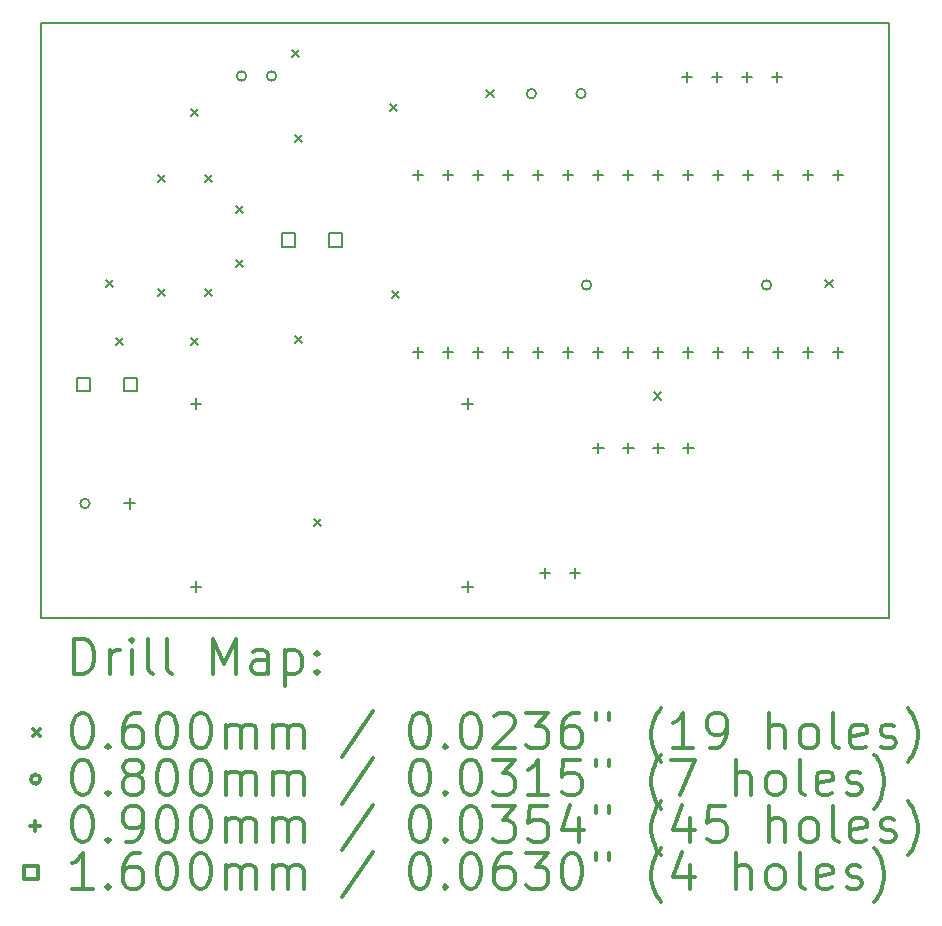
<source format=gbr>
%FSLAX45Y45*%
G04 Gerber Fmt 4.5, Leading zero omitted, Abs format (unit mm)*
G04 Created by KiCad (PCBNEW (5.1.10)-1) date 2021-11-25 14:37:41*
%MOMM*%
%LPD*%
G01*
G04 APERTURE LIST*
%TA.AperFunction,Profile*%
%ADD10C,0.150000*%
%TD*%
%ADD11C,0.200000*%
%ADD12C,0.300000*%
G04 APERTURE END LIST*
D10*
X7200000Y-420000D02*
X7200000Y-5460000D01*
X20000Y-420000D02*
X7200000Y-420000D01*
X20000Y-5460000D02*
X20000Y-420000D01*
X7200000Y-5460000D02*
X20000Y-5460000D01*
D11*
X570000Y-2600000D02*
X630000Y-2660000D01*
X630000Y-2600000D02*
X570000Y-2660000D01*
X650000Y-3090000D02*
X710000Y-3150000D01*
X710000Y-3090000D02*
X650000Y-3150000D01*
X1010000Y-1710000D02*
X1070000Y-1770000D01*
X1070000Y-1710000D02*
X1010000Y-1770000D01*
X1010000Y-2670000D02*
X1070000Y-2730000D01*
X1070000Y-2670000D02*
X1010000Y-2730000D01*
X1290000Y-1150000D02*
X1350000Y-1210000D01*
X1350000Y-1150000D02*
X1290000Y-1210000D01*
X1290000Y-3090000D02*
X1350000Y-3150000D01*
X1350000Y-3090000D02*
X1290000Y-3150000D01*
X1410000Y-1710000D02*
X1470000Y-1770000D01*
X1470000Y-1710000D02*
X1410000Y-1770000D01*
X1410000Y-2670000D02*
X1470000Y-2730000D01*
X1470000Y-2670000D02*
X1410000Y-2730000D01*
X1670000Y-1970000D02*
X1730000Y-2030000D01*
X1730000Y-1970000D02*
X1670000Y-2030000D01*
X1670000Y-2430000D02*
X1730000Y-2490000D01*
X1730000Y-2430000D02*
X1670000Y-2490000D01*
X2140000Y-650000D02*
X2200000Y-710000D01*
X2200000Y-650000D02*
X2140000Y-710000D01*
X2170000Y-1370000D02*
X2230000Y-1430000D01*
X2230000Y-1370000D02*
X2170000Y-1430000D01*
X2170000Y-3070000D02*
X2230000Y-3130000D01*
X2230000Y-3070000D02*
X2170000Y-3130000D01*
X2330000Y-4620000D02*
X2390000Y-4680000D01*
X2390000Y-4620000D02*
X2330000Y-4680000D01*
X2970000Y-1110000D02*
X3030000Y-1170000D01*
X3030000Y-1110000D02*
X2970000Y-1170000D01*
X2990000Y-2690000D02*
X3050000Y-2750000D01*
X3050000Y-2690000D02*
X2990000Y-2750000D01*
X3790000Y-990000D02*
X3850000Y-1050000D01*
X3850000Y-990000D02*
X3790000Y-1050000D01*
X5210000Y-3550000D02*
X5270000Y-3610000D01*
X5270000Y-3550000D02*
X5210000Y-3610000D01*
X6660000Y-2600000D02*
X6720000Y-2660000D01*
X6720000Y-2600000D02*
X6660000Y-2660000D01*
X430000Y-4490000D02*
G75*
G03*
X430000Y-4490000I-40000J0D01*
G01*
X1756000Y-870000D02*
G75*
G03*
X1756000Y-870000I-40000J0D01*
G01*
X2010000Y-870000D02*
G75*
G03*
X2010000Y-870000I-40000J0D01*
G01*
X4210000Y-1020000D02*
G75*
G03*
X4210000Y-1020000I-40000J0D01*
G01*
X4630000Y-1020000D02*
G75*
G03*
X4630000Y-1020000I-40000J0D01*
G01*
X4676000Y-2640000D02*
G75*
G03*
X4676000Y-2640000I-40000J0D01*
G01*
X6200000Y-2640000D02*
G75*
G03*
X6200000Y-2640000I-40000J0D01*
G01*
X770000Y-4445000D02*
X770000Y-4535000D01*
X725000Y-4490000D02*
X815000Y-4490000D01*
X1330000Y-3600000D02*
X1330000Y-3690000D01*
X1285000Y-3645000D02*
X1375000Y-3645000D01*
X1330000Y-5150000D02*
X1330000Y-5240000D01*
X1285000Y-5195000D02*
X1375000Y-5195000D01*
X3210000Y-1665000D02*
X3210000Y-1755000D01*
X3165000Y-1710000D02*
X3255000Y-1710000D01*
X3210000Y-3165000D02*
X3210000Y-3255000D01*
X3165000Y-3210000D02*
X3255000Y-3210000D01*
X3464000Y-1665000D02*
X3464000Y-1755000D01*
X3419000Y-1710000D02*
X3509000Y-1710000D01*
X3464000Y-3165000D02*
X3464000Y-3255000D01*
X3419000Y-3210000D02*
X3509000Y-3210000D01*
X3630000Y-3600000D02*
X3630000Y-3690000D01*
X3585000Y-3645000D02*
X3675000Y-3645000D01*
X3630000Y-5150000D02*
X3630000Y-5240000D01*
X3585000Y-5195000D02*
X3675000Y-5195000D01*
X3718000Y-1665000D02*
X3718000Y-1755000D01*
X3673000Y-1710000D02*
X3763000Y-1710000D01*
X3718000Y-3165000D02*
X3718000Y-3255000D01*
X3673000Y-3210000D02*
X3763000Y-3210000D01*
X3972000Y-1665000D02*
X3972000Y-1755000D01*
X3927000Y-1710000D02*
X4017000Y-1710000D01*
X3972000Y-3165000D02*
X3972000Y-3255000D01*
X3927000Y-3210000D02*
X4017000Y-3210000D01*
X4226000Y-1665000D02*
X4226000Y-1755000D01*
X4181000Y-1710000D02*
X4271000Y-1710000D01*
X4226000Y-3165000D02*
X4226000Y-3255000D01*
X4181000Y-3210000D02*
X4271000Y-3210000D01*
X4286000Y-5035000D02*
X4286000Y-5125000D01*
X4241000Y-5080000D02*
X4331000Y-5080000D01*
X4480000Y-1665000D02*
X4480000Y-1755000D01*
X4435000Y-1710000D02*
X4525000Y-1710000D01*
X4480000Y-3165000D02*
X4480000Y-3255000D01*
X4435000Y-3210000D02*
X4525000Y-3210000D01*
X4540000Y-5035000D02*
X4540000Y-5125000D01*
X4495000Y-5080000D02*
X4585000Y-5080000D01*
X4734000Y-1665000D02*
X4734000Y-1755000D01*
X4689000Y-1710000D02*
X4779000Y-1710000D01*
X4734000Y-3165000D02*
X4734000Y-3255000D01*
X4689000Y-3210000D02*
X4779000Y-3210000D01*
X4738000Y-3975000D02*
X4738000Y-4065000D01*
X4693000Y-4020000D02*
X4783000Y-4020000D01*
X4988000Y-1665000D02*
X4988000Y-1755000D01*
X4943000Y-1710000D02*
X5033000Y-1710000D01*
X4988000Y-3165000D02*
X4988000Y-3255000D01*
X4943000Y-3210000D02*
X5033000Y-3210000D01*
X4992000Y-3975000D02*
X4992000Y-4065000D01*
X4947000Y-4020000D02*
X5037000Y-4020000D01*
X5242000Y-1665000D02*
X5242000Y-1755000D01*
X5197000Y-1710000D02*
X5287000Y-1710000D01*
X5242000Y-3165000D02*
X5242000Y-3255000D01*
X5197000Y-3210000D02*
X5287000Y-3210000D01*
X5246000Y-3975000D02*
X5246000Y-4065000D01*
X5201000Y-4020000D02*
X5291000Y-4020000D01*
X5488000Y-835000D02*
X5488000Y-925000D01*
X5443000Y-880000D02*
X5533000Y-880000D01*
X5496000Y-1665000D02*
X5496000Y-1755000D01*
X5451000Y-1710000D02*
X5541000Y-1710000D01*
X5496000Y-3165000D02*
X5496000Y-3255000D01*
X5451000Y-3210000D02*
X5541000Y-3210000D01*
X5500000Y-3975000D02*
X5500000Y-4065000D01*
X5455000Y-4020000D02*
X5545000Y-4020000D01*
X5742000Y-835000D02*
X5742000Y-925000D01*
X5697000Y-880000D02*
X5787000Y-880000D01*
X5750000Y-1665000D02*
X5750000Y-1755000D01*
X5705000Y-1710000D02*
X5795000Y-1710000D01*
X5750000Y-3165000D02*
X5750000Y-3255000D01*
X5705000Y-3210000D02*
X5795000Y-3210000D01*
X5996000Y-835000D02*
X5996000Y-925000D01*
X5951000Y-880000D02*
X6041000Y-880000D01*
X6004000Y-1665000D02*
X6004000Y-1755000D01*
X5959000Y-1710000D02*
X6049000Y-1710000D01*
X6004000Y-3165000D02*
X6004000Y-3255000D01*
X5959000Y-3210000D02*
X6049000Y-3210000D01*
X6250000Y-835000D02*
X6250000Y-925000D01*
X6205000Y-880000D02*
X6295000Y-880000D01*
X6258000Y-1665000D02*
X6258000Y-1755000D01*
X6213000Y-1710000D02*
X6303000Y-1710000D01*
X6258000Y-3165000D02*
X6258000Y-3255000D01*
X6213000Y-3210000D02*
X6303000Y-3210000D01*
X6512000Y-1665000D02*
X6512000Y-1755000D01*
X6467000Y-1710000D02*
X6557000Y-1710000D01*
X6512000Y-3165000D02*
X6512000Y-3255000D01*
X6467000Y-3210000D02*
X6557000Y-3210000D01*
X6766000Y-1665000D02*
X6766000Y-1755000D01*
X6721000Y-1710000D02*
X6811000Y-1710000D01*
X6766000Y-3165000D02*
X6766000Y-3255000D01*
X6721000Y-3210000D02*
X6811000Y-3210000D01*
X436569Y-3536569D02*
X436569Y-3423431D01*
X323431Y-3423431D01*
X323431Y-3536569D01*
X436569Y-3536569D01*
X832569Y-3536569D02*
X832569Y-3423431D01*
X719431Y-3423431D01*
X719431Y-3536569D01*
X832569Y-3536569D01*
X2170569Y-2316569D02*
X2170569Y-2203431D01*
X2057431Y-2203431D01*
X2057431Y-2316569D01*
X2170569Y-2316569D01*
X2566569Y-2316569D02*
X2566569Y-2203431D01*
X2453431Y-2203431D01*
X2453431Y-2316569D01*
X2566569Y-2316569D01*
D12*
X298928Y-5933214D02*
X298928Y-5633214D01*
X370357Y-5633214D01*
X413214Y-5647500D01*
X441786Y-5676071D01*
X456071Y-5704643D01*
X470357Y-5761786D01*
X470357Y-5804643D01*
X456071Y-5861786D01*
X441786Y-5890357D01*
X413214Y-5918929D01*
X370357Y-5933214D01*
X298928Y-5933214D01*
X598928Y-5933214D02*
X598928Y-5733214D01*
X598928Y-5790357D02*
X613214Y-5761786D01*
X627500Y-5747500D01*
X656071Y-5733214D01*
X684643Y-5733214D01*
X784643Y-5933214D02*
X784643Y-5733214D01*
X784643Y-5633214D02*
X770357Y-5647500D01*
X784643Y-5661786D01*
X798928Y-5647500D01*
X784643Y-5633214D01*
X784643Y-5661786D01*
X970357Y-5933214D02*
X941786Y-5918929D01*
X927500Y-5890357D01*
X927500Y-5633214D01*
X1127500Y-5933214D02*
X1098928Y-5918929D01*
X1084643Y-5890357D01*
X1084643Y-5633214D01*
X1470357Y-5933214D02*
X1470357Y-5633214D01*
X1570357Y-5847500D01*
X1670357Y-5633214D01*
X1670357Y-5933214D01*
X1941786Y-5933214D02*
X1941786Y-5776071D01*
X1927500Y-5747500D01*
X1898928Y-5733214D01*
X1841786Y-5733214D01*
X1813214Y-5747500D01*
X1941786Y-5918929D02*
X1913214Y-5933214D01*
X1841786Y-5933214D01*
X1813214Y-5918929D01*
X1798928Y-5890357D01*
X1798928Y-5861786D01*
X1813214Y-5833214D01*
X1841786Y-5818929D01*
X1913214Y-5818929D01*
X1941786Y-5804643D01*
X2084643Y-5733214D02*
X2084643Y-6033214D01*
X2084643Y-5747500D02*
X2113214Y-5733214D01*
X2170357Y-5733214D01*
X2198928Y-5747500D01*
X2213214Y-5761786D01*
X2227500Y-5790357D01*
X2227500Y-5876071D01*
X2213214Y-5904643D01*
X2198928Y-5918929D01*
X2170357Y-5933214D01*
X2113214Y-5933214D01*
X2084643Y-5918929D01*
X2356071Y-5904643D02*
X2370357Y-5918929D01*
X2356071Y-5933214D01*
X2341786Y-5918929D01*
X2356071Y-5904643D01*
X2356071Y-5933214D01*
X2356071Y-5747500D02*
X2370357Y-5761786D01*
X2356071Y-5776071D01*
X2341786Y-5761786D01*
X2356071Y-5747500D01*
X2356071Y-5776071D01*
X-47500Y-6397500D02*
X12500Y-6457500D01*
X12500Y-6397500D02*
X-47500Y-6457500D01*
X356071Y-6263214D02*
X384643Y-6263214D01*
X413214Y-6277500D01*
X427500Y-6291786D01*
X441786Y-6320357D01*
X456071Y-6377500D01*
X456071Y-6448929D01*
X441786Y-6506071D01*
X427500Y-6534643D01*
X413214Y-6548929D01*
X384643Y-6563214D01*
X356071Y-6563214D01*
X327500Y-6548929D01*
X313214Y-6534643D01*
X298928Y-6506071D01*
X284643Y-6448929D01*
X284643Y-6377500D01*
X298928Y-6320357D01*
X313214Y-6291786D01*
X327500Y-6277500D01*
X356071Y-6263214D01*
X584643Y-6534643D02*
X598928Y-6548929D01*
X584643Y-6563214D01*
X570357Y-6548929D01*
X584643Y-6534643D01*
X584643Y-6563214D01*
X856071Y-6263214D02*
X798928Y-6263214D01*
X770357Y-6277500D01*
X756071Y-6291786D01*
X727500Y-6334643D01*
X713214Y-6391786D01*
X713214Y-6506071D01*
X727500Y-6534643D01*
X741786Y-6548929D01*
X770357Y-6563214D01*
X827500Y-6563214D01*
X856071Y-6548929D01*
X870357Y-6534643D01*
X884643Y-6506071D01*
X884643Y-6434643D01*
X870357Y-6406071D01*
X856071Y-6391786D01*
X827500Y-6377500D01*
X770357Y-6377500D01*
X741786Y-6391786D01*
X727500Y-6406071D01*
X713214Y-6434643D01*
X1070357Y-6263214D02*
X1098928Y-6263214D01*
X1127500Y-6277500D01*
X1141786Y-6291786D01*
X1156071Y-6320357D01*
X1170357Y-6377500D01*
X1170357Y-6448929D01*
X1156071Y-6506071D01*
X1141786Y-6534643D01*
X1127500Y-6548929D01*
X1098928Y-6563214D01*
X1070357Y-6563214D01*
X1041786Y-6548929D01*
X1027500Y-6534643D01*
X1013214Y-6506071D01*
X998928Y-6448929D01*
X998928Y-6377500D01*
X1013214Y-6320357D01*
X1027500Y-6291786D01*
X1041786Y-6277500D01*
X1070357Y-6263214D01*
X1356071Y-6263214D02*
X1384643Y-6263214D01*
X1413214Y-6277500D01*
X1427500Y-6291786D01*
X1441786Y-6320357D01*
X1456071Y-6377500D01*
X1456071Y-6448929D01*
X1441786Y-6506071D01*
X1427500Y-6534643D01*
X1413214Y-6548929D01*
X1384643Y-6563214D01*
X1356071Y-6563214D01*
X1327500Y-6548929D01*
X1313214Y-6534643D01*
X1298928Y-6506071D01*
X1284643Y-6448929D01*
X1284643Y-6377500D01*
X1298928Y-6320357D01*
X1313214Y-6291786D01*
X1327500Y-6277500D01*
X1356071Y-6263214D01*
X1584643Y-6563214D02*
X1584643Y-6363214D01*
X1584643Y-6391786D02*
X1598928Y-6377500D01*
X1627500Y-6363214D01*
X1670357Y-6363214D01*
X1698928Y-6377500D01*
X1713214Y-6406071D01*
X1713214Y-6563214D01*
X1713214Y-6406071D02*
X1727500Y-6377500D01*
X1756071Y-6363214D01*
X1798928Y-6363214D01*
X1827500Y-6377500D01*
X1841786Y-6406071D01*
X1841786Y-6563214D01*
X1984643Y-6563214D02*
X1984643Y-6363214D01*
X1984643Y-6391786D02*
X1998928Y-6377500D01*
X2027500Y-6363214D01*
X2070357Y-6363214D01*
X2098928Y-6377500D01*
X2113214Y-6406071D01*
X2113214Y-6563214D01*
X2113214Y-6406071D02*
X2127500Y-6377500D01*
X2156071Y-6363214D01*
X2198928Y-6363214D01*
X2227500Y-6377500D01*
X2241786Y-6406071D01*
X2241786Y-6563214D01*
X2827500Y-6248929D02*
X2570357Y-6634643D01*
X3213214Y-6263214D02*
X3241786Y-6263214D01*
X3270357Y-6277500D01*
X3284643Y-6291786D01*
X3298928Y-6320357D01*
X3313214Y-6377500D01*
X3313214Y-6448929D01*
X3298928Y-6506071D01*
X3284643Y-6534643D01*
X3270357Y-6548929D01*
X3241786Y-6563214D01*
X3213214Y-6563214D01*
X3184643Y-6548929D01*
X3170357Y-6534643D01*
X3156071Y-6506071D01*
X3141786Y-6448929D01*
X3141786Y-6377500D01*
X3156071Y-6320357D01*
X3170357Y-6291786D01*
X3184643Y-6277500D01*
X3213214Y-6263214D01*
X3441786Y-6534643D02*
X3456071Y-6548929D01*
X3441786Y-6563214D01*
X3427500Y-6548929D01*
X3441786Y-6534643D01*
X3441786Y-6563214D01*
X3641786Y-6263214D02*
X3670357Y-6263214D01*
X3698928Y-6277500D01*
X3713214Y-6291786D01*
X3727500Y-6320357D01*
X3741786Y-6377500D01*
X3741786Y-6448929D01*
X3727500Y-6506071D01*
X3713214Y-6534643D01*
X3698928Y-6548929D01*
X3670357Y-6563214D01*
X3641786Y-6563214D01*
X3613214Y-6548929D01*
X3598928Y-6534643D01*
X3584643Y-6506071D01*
X3570357Y-6448929D01*
X3570357Y-6377500D01*
X3584643Y-6320357D01*
X3598928Y-6291786D01*
X3613214Y-6277500D01*
X3641786Y-6263214D01*
X3856071Y-6291786D02*
X3870357Y-6277500D01*
X3898928Y-6263214D01*
X3970357Y-6263214D01*
X3998928Y-6277500D01*
X4013214Y-6291786D01*
X4027500Y-6320357D01*
X4027500Y-6348929D01*
X4013214Y-6391786D01*
X3841786Y-6563214D01*
X4027500Y-6563214D01*
X4127500Y-6263214D02*
X4313214Y-6263214D01*
X4213214Y-6377500D01*
X4256071Y-6377500D01*
X4284643Y-6391786D01*
X4298928Y-6406071D01*
X4313214Y-6434643D01*
X4313214Y-6506071D01*
X4298928Y-6534643D01*
X4284643Y-6548929D01*
X4256071Y-6563214D01*
X4170357Y-6563214D01*
X4141786Y-6548929D01*
X4127500Y-6534643D01*
X4570357Y-6263214D02*
X4513214Y-6263214D01*
X4484643Y-6277500D01*
X4470357Y-6291786D01*
X4441786Y-6334643D01*
X4427500Y-6391786D01*
X4427500Y-6506071D01*
X4441786Y-6534643D01*
X4456071Y-6548929D01*
X4484643Y-6563214D01*
X4541786Y-6563214D01*
X4570357Y-6548929D01*
X4584643Y-6534643D01*
X4598928Y-6506071D01*
X4598928Y-6434643D01*
X4584643Y-6406071D01*
X4570357Y-6391786D01*
X4541786Y-6377500D01*
X4484643Y-6377500D01*
X4456071Y-6391786D01*
X4441786Y-6406071D01*
X4427500Y-6434643D01*
X4713214Y-6263214D02*
X4713214Y-6320357D01*
X4827500Y-6263214D02*
X4827500Y-6320357D01*
X5270357Y-6677500D02*
X5256071Y-6663214D01*
X5227500Y-6620357D01*
X5213214Y-6591786D01*
X5198928Y-6548929D01*
X5184643Y-6477500D01*
X5184643Y-6420357D01*
X5198928Y-6348929D01*
X5213214Y-6306071D01*
X5227500Y-6277500D01*
X5256071Y-6234643D01*
X5270357Y-6220357D01*
X5541786Y-6563214D02*
X5370357Y-6563214D01*
X5456071Y-6563214D02*
X5456071Y-6263214D01*
X5427500Y-6306071D01*
X5398928Y-6334643D01*
X5370357Y-6348929D01*
X5684643Y-6563214D02*
X5741786Y-6563214D01*
X5770357Y-6548929D01*
X5784643Y-6534643D01*
X5813214Y-6491786D01*
X5827500Y-6434643D01*
X5827500Y-6320357D01*
X5813214Y-6291786D01*
X5798928Y-6277500D01*
X5770357Y-6263214D01*
X5713214Y-6263214D01*
X5684643Y-6277500D01*
X5670357Y-6291786D01*
X5656071Y-6320357D01*
X5656071Y-6391786D01*
X5670357Y-6420357D01*
X5684643Y-6434643D01*
X5713214Y-6448929D01*
X5770357Y-6448929D01*
X5798928Y-6434643D01*
X5813214Y-6420357D01*
X5827500Y-6391786D01*
X6184643Y-6563214D02*
X6184643Y-6263214D01*
X6313214Y-6563214D02*
X6313214Y-6406071D01*
X6298928Y-6377500D01*
X6270357Y-6363214D01*
X6227500Y-6363214D01*
X6198928Y-6377500D01*
X6184643Y-6391786D01*
X6498928Y-6563214D02*
X6470357Y-6548929D01*
X6456071Y-6534643D01*
X6441786Y-6506071D01*
X6441786Y-6420357D01*
X6456071Y-6391786D01*
X6470357Y-6377500D01*
X6498928Y-6363214D01*
X6541786Y-6363214D01*
X6570357Y-6377500D01*
X6584643Y-6391786D01*
X6598928Y-6420357D01*
X6598928Y-6506071D01*
X6584643Y-6534643D01*
X6570357Y-6548929D01*
X6541786Y-6563214D01*
X6498928Y-6563214D01*
X6770357Y-6563214D02*
X6741786Y-6548929D01*
X6727500Y-6520357D01*
X6727500Y-6263214D01*
X6998928Y-6548929D02*
X6970357Y-6563214D01*
X6913214Y-6563214D01*
X6884643Y-6548929D01*
X6870357Y-6520357D01*
X6870357Y-6406071D01*
X6884643Y-6377500D01*
X6913214Y-6363214D01*
X6970357Y-6363214D01*
X6998928Y-6377500D01*
X7013214Y-6406071D01*
X7013214Y-6434643D01*
X6870357Y-6463214D01*
X7127500Y-6548929D02*
X7156071Y-6563214D01*
X7213214Y-6563214D01*
X7241786Y-6548929D01*
X7256071Y-6520357D01*
X7256071Y-6506071D01*
X7241786Y-6477500D01*
X7213214Y-6463214D01*
X7170357Y-6463214D01*
X7141786Y-6448929D01*
X7127500Y-6420357D01*
X7127500Y-6406071D01*
X7141786Y-6377500D01*
X7170357Y-6363214D01*
X7213214Y-6363214D01*
X7241786Y-6377500D01*
X7356071Y-6677500D02*
X7370357Y-6663214D01*
X7398928Y-6620357D01*
X7413214Y-6591786D01*
X7427500Y-6548929D01*
X7441786Y-6477500D01*
X7441786Y-6420357D01*
X7427500Y-6348929D01*
X7413214Y-6306071D01*
X7398928Y-6277500D01*
X7370357Y-6234643D01*
X7356071Y-6220357D01*
X12500Y-6823500D02*
G75*
G03*
X12500Y-6823500I-40000J0D01*
G01*
X356071Y-6659214D02*
X384643Y-6659214D01*
X413214Y-6673500D01*
X427500Y-6687786D01*
X441786Y-6716357D01*
X456071Y-6773500D01*
X456071Y-6844929D01*
X441786Y-6902071D01*
X427500Y-6930643D01*
X413214Y-6944929D01*
X384643Y-6959214D01*
X356071Y-6959214D01*
X327500Y-6944929D01*
X313214Y-6930643D01*
X298928Y-6902071D01*
X284643Y-6844929D01*
X284643Y-6773500D01*
X298928Y-6716357D01*
X313214Y-6687786D01*
X327500Y-6673500D01*
X356071Y-6659214D01*
X584643Y-6930643D02*
X598928Y-6944929D01*
X584643Y-6959214D01*
X570357Y-6944929D01*
X584643Y-6930643D01*
X584643Y-6959214D01*
X770357Y-6787786D02*
X741786Y-6773500D01*
X727500Y-6759214D01*
X713214Y-6730643D01*
X713214Y-6716357D01*
X727500Y-6687786D01*
X741786Y-6673500D01*
X770357Y-6659214D01*
X827500Y-6659214D01*
X856071Y-6673500D01*
X870357Y-6687786D01*
X884643Y-6716357D01*
X884643Y-6730643D01*
X870357Y-6759214D01*
X856071Y-6773500D01*
X827500Y-6787786D01*
X770357Y-6787786D01*
X741786Y-6802071D01*
X727500Y-6816357D01*
X713214Y-6844929D01*
X713214Y-6902071D01*
X727500Y-6930643D01*
X741786Y-6944929D01*
X770357Y-6959214D01*
X827500Y-6959214D01*
X856071Y-6944929D01*
X870357Y-6930643D01*
X884643Y-6902071D01*
X884643Y-6844929D01*
X870357Y-6816357D01*
X856071Y-6802071D01*
X827500Y-6787786D01*
X1070357Y-6659214D02*
X1098928Y-6659214D01*
X1127500Y-6673500D01*
X1141786Y-6687786D01*
X1156071Y-6716357D01*
X1170357Y-6773500D01*
X1170357Y-6844929D01*
X1156071Y-6902071D01*
X1141786Y-6930643D01*
X1127500Y-6944929D01*
X1098928Y-6959214D01*
X1070357Y-6959214D01*
X1041786Y-6944929D01*
X1027500Y-6930643D01*
X1013214Y-6902071D01*
X998928Y-6844929D01*
X998928Y-6773500D01*
X1013214Y-6716357D01*
X1027500Y-6687786D01*
X1041786Y-6673500D01*
X1070357Y-6659214D01*
X1356071Y-6659214D02*
X1384643Y-6659214D01*
X1413214Y-6673500D01*
X1427500Y-6687786D01*
X1441786Y-6716357D01*
X1456071Y-6773500D01*
X1456071Y-6844929D01*
X1441786Y-6902071D01*
X1427500Y-6930643D01*
X1413214Y-6944929D01*
X1384643Y-6959214D01*
X1356071Y-6959214D01*
X1327500Y-6944929D01*
X1313214Y-6930643D01*
X1298928Y-6902071D01*
X1284643Y-6844929D01*
X1284643Y-6773500D01*
X1298928Y-6716357D01*
X1313214Y-6687786D01*
X1327500Y-6673500D01*
X1356071Y-6659214D01*
X1584643Y-6959214D02*
X1584643Y-6759214D01*
X1584643Y-6787786D02*
X1598928Y-6773500D01*
X1627500Y-6759214D01*
X1670357Y-6759214D01*
X1698928Y-6773500D01*
X1713214Y-6802071D01*
X1713214Y-6959214D01*
X1713214Y-6802071D02*
X1727500Y-6773500D01*
X1756071Y-6759214D01*
X1798928Y-6759214D01*
X1827500Y-6773500D01*
X1841786Y-6802071D01*
X1841786Y-6959214D01*
X1984643Y-6959214D02*
X1984643Y-6759214D01*
X1984643Y-6787786D02*
X1998928Y-6773500D01*
X2027500Y-6759214D01*
X2070357Y-6759214D01*
X2098928Y-6773500D01*
X2113214Y-6802071D01*
X2113214Y-6959214D01*
X2113214Y-6802071D02*
X2127500Y-6773500D01*
X2156071Y-6759214D01*
X2198928Y-6759214D01*
X2227500Y-6773500D01*
X2241786Y-6802071D01*
X2241786Y-6959214D01*
X2827500Y-6644929D02*
X2570357Y-7030643D01*
X3213214Y-6659214D02*
X3241786Y-6659214D01*
X3270357Y-6673500D01*
X3284643Y-6687786D01*
X3298928Y-6716357D01*
X3313214Y-6773500D01*
X3313214Y-6844929D01*
X3298928Y-6902071D01*
X3284643Y-6930643D01*
X3270357Y-6944929D01*
X3241786Y-6959214D01*
X3213214Y-6959214D01*
X3184643Y-6944929D01*
X3170357Y-6930643D01*
X3156071Y-6902071D01*
X3141786Y-6844929D01*
X3141786Y-6773500D01*
X3156071Y-6716357D01*
X3170357Y-6687786D01*
X3184643Y-6673500D01*
X3213214Y-6659214D01*
X3441786Y-6930643D02*
X3456071Y-6944929D01*
X3441786Y-6959214D01*
X3427500Y-6944929D01*
X3441786Y-6930643D01*
X3441786Y-6959214D01*
X3641786Y-6659214D02*
X3670357Y-6659214D01*
X3698928Y-6673500D01*
X3713214Y-6687786D01*
X3727500Y-6716357D01*
X3741786Y-6773500D01*
X3741786Y-6844929D01*
X3727500Y-6902071D01*
X3713214Y-6930643D01*
X3698928Y-6944929D01*
X3670357Y-6959214D01*
X3641786Y-6959214D01*
X3613214Y-6944929D01*
X3598928Y-6930643D01*
X3584643Y-6902071D01*
X3570357Y-6844929D01*
X3570357Y-6773500D01*
X3584643Y-6716357D01*
X3598928Y-6687786D01*
X3613214Y-6673500D01*
X3641786Y-6659214D01*
X3841786Y-6659214D02*
X4027500Y-6659214D01*
X3927500Y-6773500D01*
X3970357Y-6773500D01*
X3998928Y-6787786D01*
X4013214Y-6802071D01*
X4027500Y-6830643D01*
X4027500Y-6902071D01*
X4013214Y-6930643D01*
X3998928Y-6944929D01*
X3970357Y-6959214D01*
X3884643Y-6959214D01*
X3856071Y-6944929D01*
X3841786Y-6930643D01*
X4313214Y-6959214D02*
X4141786Y-6959214D01*
X4227500Y-6959214D02*
X4227500Y-6659214D01*
X4198928Y-6702071D01*
X4170357Y-6730643D01*
X4141786Y-6744929D01*
X4584643Y-6659214D02*
X4441786Y-6659214D01*
X4427500Y-6802071D01*
X4441786Y-6787786D01*
X4470357Y-6773500D01*
X4541786Y-6773500D01*
X4570357Y-6787786D01*
X4584643Y-6802071D01*
X4598928Y-6830643D01*
X4598928Y-6902071D01*
X4584643Y-6930643D01*
X4570357Y-6944929D01*
X4541786Y-6959214D01*
X4470357Y-6959214D01*
X4441786Y-6944929D01*
X4427500Y-6930643D01*
X4713214Y-6659214D02*
X4713214Y-6716357D01*
X4827500Y-6659214D02*
X4827500Y-6716357D01*
X5270357Y-7073500D02*
X5256071Y-7059214D01*
X5227500Y-7016357D01*
X5213214Y-6987786D01*
X5198928Y-6944929D01*
X5184643Y-6873500D01*
X5184643Y-6816357D01*
X5198928Y-6744929D01*
X5213214Y-6702071D01*
X5227500Y-6673500D01*
X5256071Y-6630643D01*
X5270357Y-6616357D01*
X5356071Y-6659214D02*
X5556071Y-6659214D01*
X5427500Y-6959214D01*
X5898928Y-6959214D02*
X5898928Y-6659214D01*
X6027500Y-6959214D02*
X6027500Y-6802071D01*
X6013214Y-6773500D01*
X5984643Y-6759214D01*
X5941786Y-6759214D01*
X5913214Y-6773500D01*
X5898928Y-6787786D01*
X6213214Y-6959214D02*
X6184643Y-6944929D01*
X6170357Y-6930643D01*
X6156071Y-6902071D01*
X6156071Y-6816357D01*
X6170357Y-6787786D01*
X6184643Y-6773500D01*
X6213214Y-6759214D01*
X6256071Y-6759214D01*
X6284643Y-6773500D01*
X6298928Y-6787786D01*
X6313214Y-6816357D01*
X6313214Y-6902071D01*
X6298928Y-6930643D01*
X6284643Y-6944929D01*
X6256071Y-6959214D01*
X6213214Y-6959214D01*
X6484643Y-6959214D02*
X6456071Y-6944929D01*
X6441786Y-6916357D01*
X6441786Y-6659214D01*
X6713214Y-6944929D02*
X6684643Y-6959214D01*
X6627500Y-6959214D01*
X6598928Y-6944929D01*
X6584643Y-6916357D01*
X6584643Y-6802071D01*
X6598928Y-6773500D01*
X6627500Y-6759214D01*
X6684643Y-6759214D01*
X6713214Y-6773500D01*
X6727500Y-6802071D01*
X6727500Y-6830643D01*
X6584643Y-6859214D01*
X6841786Y-6944929D02*
X6870357Y-6959214D01*
X6927500Y-6959214D01*
X6956071Y-6944929D01*
X6970357Y-6916357D01*
X6970357Y-6902071D01*
X6956071Y-6873500D01*
X6927500Y-6859214D01*
X6884643Y-6859214D01*
X6856071Y-6844929D01*
X6841786Y-6816357D01*
X6841786Y-6802071D01*
X6856071Y-6773500D01*
X6884643Y-6759214D01*
X6927500Y-6759214D01*
X6956071Y-6773500D01*
X7070357Y-7073500D02*
X7084643Y-7059214D01*
X7113214Y-7016357D01*
X7127500Y-6987786D01*
X7141786Y-6944929D01*
X7156071Y-6873500D01*
X7156071Y-6816357D01*
X7141786Y-6744929D01*
X7127500Y-6702071D01*
X7113214Y-6673500D01*
X7084643Y-6630643D01*
X7070357Y-6616357D01*
X-32500Y-7174500D02*
X-32500Y-7264500D01*
X-77500Y-7219500D02*
X12500Y-7219500D01*
X356071Y-7055214D02*
X384643Y-7055214D01*
X413214Y-7069500D01*
X427500Y-7083786D01*
X441786Y-7112357D01*
X456071Y-7169500D01*
X456071Y-7240929D01*
X441786Y-7298071D01*
X427500Y-7326643D01*
X413214Y-7340929D01*
X384643Y-7355214D01*
X356071Y-7355214D01*
X327500Y-7340929D01*
X313214Y-7326643D01*
X298928Y-7298071D01*
X284643Y-7240929D01*
X284643Y-7169500D01*
X298928Y-7112357D01*
X313214Y-7083786D01*
X327500Y-7069500D01*
X356071Y-7055214D01*
X584643Y-7326643D02*
X598928Y-7340929D01*
X584643Y-7355214D01*
X570357Y-7340929D01*
X584643Y-7326643D01*
X584643Y-7355214D01*
X741786Y-7355214D02*
X798928Y-7355214D01*
X827500Y-7340929D01*
X841786Y-7326643D01*
X870357Y-7283786D01*
X884643Y-7226643D01*
X884643Y-7112357D01*
X870357Y-7083786D01*
X856071Y-7069500D01*
X827500Y-7055214D01*
X770357Y-7055214D01*
X741786Y-7069500D01*
X727500Y-7083786D01*
X713214Y-7112357D01*
X713214Y-7183786D01*
X727500Y-7212357D01*
X741786Y-7226643D01*
X770357Y-7240929D01*
X827500Y-7240929D01*
X856071Y-7226643D01*
X870357Y-7212357D01*
X884643Y-7183786D01*
X1070357Y-7055214D02*
X1098928Y-7055214D01*
X1127500Y-7069500D01*
X1141786Y-7083786D01*
X1156071Y-7112357D01*
X1170357Y-7169500D01*
X1170357Y-7240929D01*
X1156071Y-7298071D01*
X1141786Y-7326643D01*
X1127500Y-7340929D01*
X1098928Y-7355214D01*
X1070357Y-7355214D01*
X1041786Y-7340929D01*
X1027500Y-7326643D01*
X1013214Y-7298071D01*
X998928Y-7240929D01*
X998928Y-7169500D01*
X1013214Y-7112357D01*
X1027500Y-7083786D01*
X1041786Y-7069500D01*
X1070357Y-7055214D01*
X1356071Y-7055214D02*
X1384643Y-7055214D01*
X1413214Y-7069500D01*
X1427500Y-7083786D01*
X1441786Y-7112357D01*
X1456071Y-7169500D01*
X1456071Y-7240929D01*
X1441786Y-7298071D01*
X1427500Y-7326643D01*
X1413214Y-7340929D01*
X1384643Y-7355214D01*
X1356071Y-7355214D01*
X1327500Y-7340929D01*
X1313214Y-7326643D01*
X1298928Y-7298071D01*
X1284643Y-7240929D01*
X1284643Y-7169500D01*
X1298928Y-7112357D01*
X1313214Y-7083786D01*
X1327500Y-7069500D01*
X1356071Y-7055214D01*
X1584643Y-7355214D02*
X1584643Y-7155214D01*
X1584643Y-7183786D02*
X1598928Y-7169500D01*
X1627500Y-7155214D01*
X1670357Y-7155214D01*
X1698928Y-7169500D01*
X1713214Y-7198071D01*
X1713214Y-7355214D01*
X1713214Y-7198071D02*
X1727500Y-7169500D01*
X1756071Y-7155214D01*
X1798928Y-7155214D01*
X1827500Y-7169500D01*
X1841786Y-7198071D01*
X1841786Y-7355214D01*
X1984643Y-7355214D02*
X1984643Y-7155214D01*
X1984643Y-7183786D02*
X1998928Y-7169500D01*
X2027500Y-7155214D01*
X2070357Y-7155214D01*
X2098928Y-7169500D01*
X2113214Y-7198071D01*
X2113214Y-7355214D01*
X2113214Y-7198071D02*
X2127500Y-7169500D01*
X2156071Y-7155214D01*
X2198928Y-7155214D01*
X2227500Y-7169500D01*
X2241786Y-7198071D01*
X2241786Y-7355214D01*
X2827500Y-7040929D02*
X2570357Y-7426643D01*
X3213214Y-7055214D02*
X3241786Y-7055214D01*
X3270357Y-7069500D01*
X3284643Y-7083786D01*
X3298928Y-7112357D01*
X3313214Y-7169500D01*
X3313214Y-7240929D01*
X3298928Y-7298071D01*
X3284643Y-7326643D01*
X3270357Y-7340929D01*
X3241786Y-7355214D01*
X3213214Y-7355214D01*
X3184643Y-7340929D01*
X3170357Y-7326643D01*
X3156071Y-7298071D01*
X3141786Y-7240929D01*
X3141786Y-7169500D01*
X3156071Y-7112357D01*
X3170357Y-7083786D01*
X3184643Y-7069500D01*
X3213214Y-7055214D01*
X3441786Y-7326643D02*
X3456071Y-7340929D01*
X3441786Y-7355214D01*
X3427500Y-7340929D01*
X3441786Y-7326643D01*
X3441786Y-7355214D01*
X3641786Y-7055214D02*
X3670357Y-7055214D01*
X3698928Y-7069500D01*
X3713214Y-7083786D01*
X3727500Y-7112357D01*
X3741786Y-7169500D01*
X3741786Y-7240929D01*
X3727500Y-7298071D01*
X3713214Y-7326643D01*
X3698928Y-7340929D01*
X3670357Y-7355214D01*
X3641786Y-7355214D01*
X3613214Y-7340929D01*
X3598928Y-7326643D01*
X3584643Y-7298071D01*
X3570357Y-7240929D01*
X3570357Y-7169500D01*
X3584643Y-7112357D01*
X3598928Y-7083786D01*
X3613214Y-7069500D01*
X3641786Y-7055214D01*
X3841786Y-7055214D02*
X4027500Y-7055214D01*
X3927500Y-7169500D01*
X3970357Y-7169500D01*
X3998928Y-7183786D01*
X4013214Y-7198071D01*
X4027500Y-7226643D01*
X4027500Y-7298071D01*
X4013214Y-7326643D01*
X3998928Y-7340929D01*
X3970357Y-7355214D01*
X3884643Y-7355214D01*
X3856071Y-7340929D01*
X3841786Y-7326643D01*
X4298928Y-7055214D02*
X4156071Y-7055214D01*
X4141786Y-7198071D01*
X4156071Y-7183786D01*
X4184643Y-7169500D01*
X4256071Y-7169500D01*
X4284643Y-7183786D01*
X4298928Y-7198071D01*
X4313214Y-7226643D01*
X4313214Y-7298071D01*
X4298928Y-7326643D01*
X4284643Y-7340929D01*
X4256071Y-7355214D01*
X4184643Y-7355214D01*
X4156071Y-7340929D01*
X4141786Y-7326643D01*
X4570357Y-7155214D02*
X4570357Y-7355214D01*
X4498928Y-7040929D02*
X4427500Y-7255214D01*
X4613214Y-7255214D01*
X4713214Y-7055214D02*
X4713214Y-7112357D01*
X4827500Y-7055214D02*
X4827500Y-7112357D01*
X5270357Y-7469500D02*
X5256071Y-7455214D01*
X5227500Y-7412357D01*
X5213214Y-7383786D01*
X5198928Y-7340929D01*
X5184643Y-7269500D01*
X5184643Y-7212357D01*
X5198928Y-7140929D01*
X5213214Y-7098071D01*
X5227500Y-7069500D01*
X5256071Y-7026643D01*
X5270357Y-7012357D01*
X5513214Y-7155214D02*
X5513214Y-7355214D01*
X5441786Y-7040929D02*
X5370357Y-7255214D01*
X5556071Y-7255214D01*
X5813214Y-7055214D02*
X5670357Y-7055214D01*
X5656071Y-7198071D01*
X5670357Y-7183786D01*
X5698928Y-7169500D01*
X5770357Y-7169500D01*
X5798928Y-7183786D01*
X5813214Y-7198071D01*
X5827500Y-7226643D01*
X5827500Y-7298071D01*
X5813214Y-7326643D01*
X5798928Y-7340929D01*
X5770357Y-7355214D01*
X5698928Y-7355214D01*
X5670357Y-7340929D01*
X5656071Y-7326643D01*
X6184643Y-7355214D02*
X6184643Y-7055214D01*
X6313214Y-7355214D02*
X6313214Y-7198071D01*
X6298928Y-7169500D01*
X6270357Y-7155214D01*
X6227500Y-7155214D01*
X6198928Y-7169500D01*
X6184643Y-7183786D01*
X6498928Y-7355214D02*
X6470357Y-7340929D01*
X6456071Y-7326643D01*
X6441786Y-7298071D01*
X6441786Y-7212357D01*
X6456071Y-7183786D01*
X6470357Y-7169500D01*
X6498928Y-7155214D01*
X6541786Y-7155214D01*
X6570357Y-7169500D01*
X6584643Y-7183786D01*
X6598928Y-7212357D01*
X6598928Y-7298071D01*
X6584643Y-7326643D01*
X6570357Y-7340929D01*
X6541786Y-7355214D01*
X6498928Y-7355214D01*
X6770357Y-7355214D02*
X6741786Y-7340929D01*
X6727500Y-7312357D01*
X6727500Y-7055214D01*
X6998928Y-7340929D02*
X6970357Y-7355214D01*
X6913214Y-7355214D01*
X6884643Y-7340929D01*
X6870357Y-7312357D01*
X6870357Y-7198071D01*
X6884643Y-7169500D01*
X6913214Y-7155214D01*
X6970357Y-7155214D01*
X6998928Y-7169500D01*
X7013214Y-7198071D01*
X7013214Y-7226643D01*
X6870357Y-7255214D01*
X7127500Y-7340929D02*
X7156071Y-7355214D01*
X7213214Y-7355214D01*
X7241786Y-7340929D01*
X7256071Y-7312357D01*
X7256071Y-7298071D01*
X7241786Y-7269500D01*
X7213214Y-7255214D01*
X7170357Y-7255214D01*
X7141786Y-7240929D01*
X7127500Y-7212357D01*
X7127500Y-7198071D01*
X7141786Y-7169500D01*
X7170357Y-7155214D01*
X7213214Y-7155214D01*
X7241786Y-7169500D01*
X7356071Y-7469500D02*
X7370357Y-7455214D01*
X7398928Y-7412357D01*
X7413214Y-7383786D01*
X7427500Y-7340929D01*
X7441786Y-7269500D01*
X7441786Y-7212357D01*
X7427500Y-7140929D01*
X7413214Y-7098071D01*
X7398928Y-7069500D01*
X7370357Y-7026643D01*
X7356071Y-7012357D01*
X-10931Y-7672069D02*
X-10931Y-7558931D01*
X-124069Y-7558931D01*
X-124069Y-7672069D01*
X-10931Y-7672069D01*
X456071Y-7751214D02*
X284643Y-7751214D01*
X370357Y-7751214D02*
X370357Y-7451214D01*
X341786Y-7494071D01*
X313214Y-7522643D01*
X284643Y-7536929D01*
X584643Y-7722643D02*
X598928Y-7736929D01*
X584643Y-7751214D01*
X570357Y-7736929D01*
X584643Y-7722643D01*
X584643Y-7751214D01*
X856071Y-7451214D02*
X798928Y-7451214D01*
X770357Y-7465500D01*
X756071Y-7479786D01*
X727500Y-7522643D01*
X713214Y-7579786D01*
X713214Y-7694071D01*
X727500Y-7722643D01*
X741786Y-7736929D01*
X770357Y-7751214D01*
X827500Y-7751214D01*
X856071Y-7736929D01*
X870357Y-7722643D01*
X884643Y-7694071D01*
X884643Y-7622643D01*
X870357Y-7594071D01*
X856071Y-7579786D01*
X827500Y-7565500D01*
X770357Y-7565500D01*
X741786Y-7579786D01*
X727500Y-7594071D01*
X713214Y-7622643D01*
X1070357Y-7451214D02*
X1098928Y-7451214D01*
X1127500Y-7465500D01*
X1141786Y-7479786D01*
X1156071Y-7508357D01*
X1170357Y-7565500D01*
X1170357Y-7636929D01*
X1156071Y-7694071D01*
X1141786Y-7722643D01*
X1127500Y-7736929D01*
X1098928Y-7751214D01*
X1070357Y-7751214D01*
X1041786Y-7736929D01*
X1027500Y-7722643D01*
X1013214Y-7694071D01*
X998928Y-7636929D01*
X998928Y-7565500D01*
X1013214Y-7508357D01*
X1027500Y-7479786D01*
X1041786Y-7465500D01*
X1070357Y-7451214D01*
X1356071Y-7451214D02*
X1384643Y-7451214D01*
X1413214Y-7465500D01*
X1427500Y-7479786D01*
X1441786Y-7508357D01*
X1456071Y-7565500D01*
X1456071Y-7636929D01*
X1441786Y-7694071D01*
X1427500Y-7722643D01*
X1413214Y-7736929D01*
X1384643Y-7751214D01*
X1356071Y-7751214D01*
X1327500Y-7736929D01*
X1313214Y-7722643D01*
X1298928Y-7694071D01*
X1284643Y-7636929D01*
X1284643Y-7565500D01*
X1298928Y-7508357D01*
X1313214Y-7479786D01*
X1327500Y-7465500D01*
X1356071Y-7451214D01*
X1584643Y-7751214D02*
X1584643Y-7551214D01*
X1584643Y-7579786D02*
X1598928Y-7565500D01*
X1627500Y-7551214D01*
X1670357Y-7551214D01*
X1698928Y-7565500D01*
X1713214Y-7594071D01*
X1713214Y-7751214D01*
X1713214Y-7594071D02*
X1727500Y-7565500D01*
X1756071Y-7551214D01*
X1798928Y-7551214D01*
X1827500Y-7565500D01*
X1841786Y-7594071D01*
X1841786Y-7751214D01*
X1984643Y-7751214D02*
X1984643Y-7551214D01*
X1984643Y-7579786D02*
X1998928Y-7565500D01*
X2027500Y-7551214D01*
X2070357Y-7551214D01*
X2098928Y-7565500D01*
X2113214Y-7594071D01*
X2113214Y-7751214D01*
X2113214Y-7594071D02*
X2127500Y-7565500D01*
X2156071Y-7551214D01*
X2198928Y-7551214D01*
X2227500Y-7565500D01*
X2241786Y-7594071D01*
X2241786Y-7751214D01*
X2827500Y-7436929D02*
X2570357Y-7822643D01*
X3213214Y-7451214D02*
X3241786Y-7451214D01*
X3270357Y-7465500D01*
X3284643Y-7479786D01*
X3298928Y-7508357D01*
X3313214Y-7565500D01*
X3313214Y-7636929D01*
X3298928Y-7694071D01*
X3284643Y-7722643D01*
X3270357Y-7736929D01*
X3241786Y-7751214D01*
X3213214Y-7751214D01*
X3184643Y-7736929D01*
X3170357Y-7722643D01*
X3156071Y-7694071D01*
X3141786Y-7636929D01*
X3141786Y-7565500D01*
X3156071Y-7508357D01*
X3170357Y-7479786D01*
X3184643Y-7465500D01*
X3213214Y-7451214D01*
X3441786Y-7722643D02*
X3456071Y-7736929D01*
X3441786Y-7751214D01*
X3427500Y-7736929D01*
X3441786Y-7722643D01*
X3441786Y-7751214D01*
X3641786Y-7451214D02*
X3670357Y-7451214D01*
X3698928Y-7465500D01*
X3713214Y-7479786D01*
X3727500Y-7508357D01*
X3741786Y-7565500D01*
X3741786Y-7636929D01*
X3727500Y-7694071D01*
X3713214Y-7722643D01*
X3698928Y-7736929D01*
X3670357Y-7751214D01*
X3641786Y-7751214D01*
X3613214Y-7736929D01*
X3598928Y-7722643D01*
X3584643Y-7694071D01*
X3570357Y-7636929D01*
X3570357Y-7565500D01*
X3584643Y-7508357D01*
X3598928Y-7479786D01*
X3613214Y-7465500D01*
X3641786Y-7451214D01*
X3998928Y-7451214D02*
X3941786Y-7451214D01*
X3913214Y-7465500D01*
X3898928Y-7479786D01*
X3870357Y-7522643D01*
X3856071Y-7579786D01*
X3856071Y-7694071D01*
X3870357Y-7722643D01*
X3884643Y-7736929D01*
X3913214Y-7751214D01*
X3970357Y-7751214D01*
X3998928Y-7736929D01*
X4013214Y-7722643D01*
X4027500Y-7694071D01*
X4027500Y-7622643D01*
X4013214Y-7594071D01*
X3998928Y-7579786D01*
X3970357Y-7565500D01*
X3913214Y-7565500D01*
X3884643Y-7579786D01*
X3870357Y-7594071D01*
X3856071Y-7622643D01*
X4127500Y-7451214D02*
X4313214Y-7451214D01*
X4213214Y-7565500D01*
X4256071Y-7565500D01*
X4284643Y-7579786D01*
X4298928Y-7594071D01*
X4313214Y-7622643D01*
X4313214Y-7694071D01*
X4298928Y-7722643D01*
X4284643Y-7736929D01*
X4256071Y-7751214D01*
X4170357Y-7751214D01*
X4141786Y-7736929D01*
X4127500Y-7722643D01*
X4498928Y-7451214D02*
X4527500Y-7451214D01*
X4556071Y-7465500D01*
X4570357Y-7479786D01*
X4584643Y-7508357D01*
X4598928Y-7565500D01*
X4598928Y-7636929D01*
X4584643Y-7694071D01*
X4570357Y-7722643D01*
X4556071Y-7736929D01*
X4527500Y-7751214D01*
X4498928Y-7751214D01*
X4470357Y-7736929D01*
X4456071Y-7722643D01*
X4441786Y-7694071D01*
X4427500Y-7636929D01*
X4427500Y-7565500D01*
X4441786Y-7508357D01*
X4456071Y-7479786D01*
X4470357Y-7465500D01*
X4498928Y-7451214D01*
X4713214Y-7451214D02*
X4713214Y-7508357D01*
X4827500Y-7451214D02*
X4827500Y-7508357D01*
X5270357Y-7865500D02*
X5256071Y-7851214D01*
X5227500Y-7808357D01*
X5213214Y-7779786D01*
X5198928Y-7736929D01*
X5184643Y-7665500D01*
X5184643Y-7608357D01*
X5198928Y-7536929D01*
X5213214Y-7494071D01*
X5227500Y-7465500D01*
X5256071Y-7422643D01*
X5270357Y-7408357D01*
X5513214Y-7551214D02*
X5513214Y-7751214D01*
X5441786Y-7436929D02*
X5370357Y-7651214D01*
X5556071Y-7651214D01*
X5898928Y-7751214D02*
X5898928Y-7451214D01*
X6027500Y-7751214D02*
X6027500Y-7594071D01*
X6013214Y-7565500D01*
X5984643Y-7551214D01*
X5941786Y-7551214D01*
X5913214Y-7565500D01*
X5898928Y-7579786D01*
X6213214Y-7751214D02*
X6184643Y-7736929D01*
X6170357Y-7722643D01*
X6156071Y-7694071D01*
X6156071Y-7608357D01*
X6170357Y-7579786D01*
X6184643Y-7565500D01*
X6213214Y-7551214D01*
X6256071Y-7551214D01*
X6284643Y-7565500D01*
X6298928Y-7579786D01*
X6313214Y-7608357D01*
X6313214Y-7694071D01*
X6298928Y-7722643D01*
X6284643Y-7736929D01*
X6256071Y-7751214D01*
X6213214Y-7751214D01*
X6484643Y-7751214D02*
X6456071Y-7736929D01*
X6441786Y-7708357D01*
X6441786Y-7451214D01*
X6713214Y-7736929D02*
X6684643Y-7751214D01*
X6627500Y-7751214D01*
X6598928Y-7736929D01*
X6584643Y-7708357D01*
X6584643Y-7594071D01*
X6598928Y-7565500D01*
X6627500Y-7551214D01*
X6684643Y-7551214D01*
X6713214Y-7565500D01*
X6727500Y-7594071D01*
X6727500Y-7622643D01*
X6584643Y-7651214D01*
X6841786Y-7736929D02*
X6870357Y-7751214D01*
X6927500Y-7751214D01*
X6956071Y-7736929D01*
X6970357Y-7708357D01*
X6970357Y-7694071D01*
X6956071Y-7665500D01*
X6927500Y-7651214D01*
X6884643Y-7651214D01*
X6856071Y-7636929D01*
X6841786Y-7608357D01*
X6841786Y-7594071D01*
X6856071Y-7565500D01*
X6884643Y-7551214D01*
X6927500Y-7551214D01*
X6956071Y-7565500D01*
X7070357Y-7865500D02*
X7084643Y-7851214D01*
X7113214Y-7808357D01*
X7127500Y-7779786D01*
X7141786Y-7736929D01*
X7156071Y-7665500D01*
X7156071Y-7608357D01*
X7141786Y-7536929D01*
X7127500Y-7494071D01*
X7113214Y-7465500D01*
X7084643Y-7422643D01*
X7070357Y-7408357D01*
M02*

</source>
